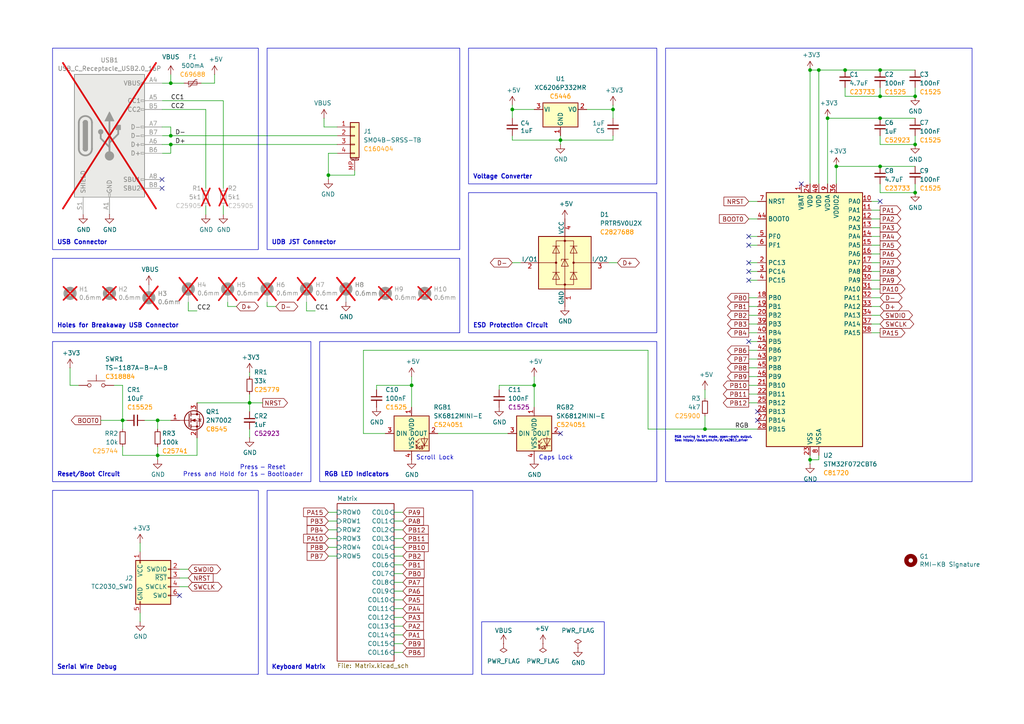
<source format=kicad_sch>
(kicad_sch (version 20231120) (generator "eeschema") (generator_version "8.0")
  (paper "A4")
  (title_block (title "X88H - Hybrid ver.") (date "2024-07-22") (company "RMI-KB"))
  (junction (at 72.39 116.84))
  (junction (at 49.53 41.91))
  (junction (at 119.38 111.76))
  (junction (at 35.56 121.92))
  (junction (at 234.95 133.35))
  (junction (at 265.43 55.88))
  (junction (at 204.47 124.46))
  (junction (at 255.27 34.29))
  (junction (at 162.56 40.64))
  (junction (at 148.59 31.75))
  (junction (at 242.57 48.26))
  (junction (at 95.25 50.8))
  (junction (at 49.53 24.13))
  (junction (at 237.49 20.32))
  (junction (at 255.27 27.94))
  (junction (at 154.94 111.76))
  (junction (at 45.72 121.92))
  (junction (at 255.27 48.26))
  (junction (at 245.11 20.32))
  (junction (at 255.27 20.32))
  (junction (at 265.43 41.91))
  (junction (at 177.8 31.75))
  (junction (at 234.95 20.32))
  (junction (at 45.72 132.08))
  (junction (at 49.53 39.37))
  (junction (at 240.03 34.29))
  (junction (at 265.43 27.94))
  (no_connect (at 217.17 78.74))
  (no_connect (at 217.17 71.12))
  (no_connect (at 255.27 58.42))
  (no_connect (at 46.99 54.61))
  (no_connect (at 219.71 121.92))
  (no_connect (at 162.56 125.73))
  (no_connect (at 217.17 68.58))
  (no_connect (at 52.07 172.72))
  (no_connect (at 219.71 119.38))
  (no_connect (at 217.17 76.2))
  (no_connect (at 46.99 52.07))
  (no_connect (at 217.17 81.28))
  (no_connect (at 232.41 53.34))
  (no_connect (at 217.17 99.06))
  (wire (pts (xy 29.21 121.92) (xy 35.56 121.92)))
  (wire (pts (xy 217.17 93.98) (xy 219.71 93.98)))
  (wire (pts (xy 217.17 68.58) (xy 219.71 68.58)))
  (wire (pts (xy 49.53 24.13) (xy 46.99 24.13)))
  (wire (pts (xy 252.73 71.12) (xy 255.27 71.12)))
  (wire (pts (xy 72.39 114.3) (xy 72.39 116.84)))
  (wire (pts (xy 49.53 24.13) (xy 53.34 24.13)))
  (wire (pts (xy 162.56 40.64) (xy 162.56 41.91)))
  (wire (pts (xy 91.44 90.17) (xy 88.9 90.17)))
  (wire (pts (xy 54.61 90.17) (xy 54.61 87.63)))
  (wire (pts (xy 57.15 90.17) (xy 54.61 90.17)))
  (wire (pts (xy 119.38 109.22) (xy 119.38 111.76)))
  (wire (pts (xy 40.64 180.34) (xy 40.64 177.8)))
  (wire (pts (xy 252.73 83.82) (xy 255.27 83.82)))
  (wire (pts (xy 102.87 50.8) (xy 95.25 50.8)))
  (wire (pts (xy 252.73 60.96) (xy 255.27 60.96)))
  (wire (pts (xy 45.72 132.08) (xy 57.15 132.08)))
  (wire (pts (xy 46.99 36.83) (xy 49.53 36.83)))
  (wire (pts (xy 33.02 111.76) (xy 35.56 111.76)))
  (wire (pts (xy 66.04 88.9) (xy 66.04 87.63)))
  (wire (pts (xy 62.23 24.13) (xy 62.23 21.59)))
  (wire (pts (xy 116.84 166.37) (xy 114.3 166.37)))
  (wire (pts (xy 144.78 111.76) (xy 154.94 111.76)))
  (wire (pts (xy 46.99 29.21) (xy 64.77 29.21)))
  (wire (pts (xy 97.79 36.83) (xy 93.98 36.83)))
  (wire (pts (xy 45.72 133.35) (xy 45.72 132.08)))
  (wire (pts (xy 57.15 116.84) (xy 72.39 116.84)))
  (wire (pts (xy 76.2 116.84) (xy 72.39 116.84)))
  (wire (pts (xy 252.73 73.66) (xy 255.27 73.66)))
  (wire (pts (xy 255.27 27.94) (xy 265.43 27.94)))
  (wire (pts (xy 255.27 88.9) (xy 252.73 88.9)))
  (wire (pts (xy 234.95 133.35) (xy 237.49 133.35)))
  (wire (pts (xy 217.17 101.6) (xy 219.71 101.6)))
  (wire (pts (xy 148.59 76.2) (xy 151.13 76.2)))
  (wire (pts (xy 217.17 91.44) (xy 219.71 91.44)))
  (wire (pts (xy 234.95 20.32) (xy 237.49 20.32)))
  (wire (pts (xy 217.17 111.76) (xy 219.71 111.76)))
  (wire (pts (xy 252.73 58.42) (xy 255.27 58.42)))
  (wire (pts (xy 148.59 30.48) (xy 148.59 31.75)))
  (wire (pts (xy 148.59 31.75) (xy 154.94 31.75)))
  (wire (pts (xy 255.27 55.88) (xy 255.27 53.34)))
  (wire (pts (xy 252.73 68.58) (xy 255.27 68.58)))
  (wire (pts (xy 242.57 53.34) (xy 242.57 48.26)))
  (wire (pts (xy 35.56 132.08) (xy 45.72 132.08)))
  (wire (pts (xy 59.69 59.69) (xy 59.69 62.23)))
  (wire (pts (xy 40.64 157.48) (xy 40.64 160.02)))
  (wire (pts (xy 217.17 96.52) (xy 219.71 96.52)))
  (wire (pts (xy 20.32 106.68) (xy 20.32 111.76)))
  (wire (pts (xy 66.04 88.9) (xy 68.58 88.9)))
  (wire (pts (xy 49.53 44.45) (xy 46.99 44.45)))
  (wire (pts (xy 252.73 81.28) (xy 255.27 81.28)))
  (wire (pts (xy 148.59 40.64) (xy 162.56 40.64)))
  (wire (pts (xy 217.17 116.84) (xy 219.71 116.84)))
  (wire (pts (xy 116.84 171.45) (xy 114.3 171.45)))
  (wire (pts (xy 49.53 39.37) (xy 46.99 39.37)))
  (wire (pts (xy 252.73 76.2) (xy 255.27 76.2)))
  (wire (pts (xy 116.84 189.23) (xy 114.3 189.23)))
  (wire (pts (xy 58.42 24.13) (xy 62.23 24.13)))
  (wire (pts (xy 217.17 76.2) (xy 219.71 76.2)))
  (wire (pts (xy 45.72 121.92) (xy 49.53 121.92)))
  (wire (pts (xy 109.22 113.03) (xy 109.22 111.76)))
  (wire (pts (xy 177.8 31.75) (xy 177.8 34.29)))
  (wire (pts (xy 49.53 41.91) (xy 97.79 41.91)))
  (wire (pts (xy 154.94 111.76) (xy 154.94 118.11)))
  (wire (pts (xy 255.27 41.91) (xy 265.43 41.91)))
  (wire (pts (xy 245.11 27.94) (xy 255.27 27.94)))
  (wire (pts (xy 127 125.73) (xy 147.32 125.73)))
  (wire (pts (xy 116.84 153.67) (xy 114.3 153.67)))
  (wire (pts (xy 57.15 132.08) (xy 57.15 127)))
  (wire (pts (xy 252.73 66.04) (xy 255.27 66.04)))
  (wire (pts (xy 45.72 124.46) (xy 45.72 121.92)))
  (wire (pts (xy 217.17 114.3) (xy 219.71 114.3)))
  (wire (pts (xy 217.17 109.22) (xy 219.71 109.22)))
  (wire (pts (xy 217.17 71.12) (xy 219.71 71.12)))
  (wire (pts (xy 116.84 168.91) (xy 114.3 168.91)))
  (wire (pts (xy 35.56 111.76) (xy 35.56 121.92)))
  (wire (pts (xy 265.43 25.4) (xy 265.43 27.94)))
  (wire (pts (xy 41.91 121.92) (xy 45.72 121.92)))
  (wire (pts (xy 255.27 86.36) (xy 252.73 86.36)))
  (wire (pts (xy 116.84 148.59) (xy 114.3 148.59)))
  (wire (pts (xy 265.43 34.29) (xy 255.27 34.29)))
  (wire (pts (xy 95.25 153.67) (xy 97.79 153.67)))
  (wire (pts (xy 217.17 99.06) (xy 219.71 99.06)))
  (wire (pts (xy 72.39 116.84) (xy 72.39 119.38)))
  (wire (pts (xy 177.8 40.64) (xy 177.8 39.37)))
  (wire (pts (xy 240.03 34.29) (xy 255.27 34.29)))
  (wire (pts (xy 49.53 39.37) (xy 97.79 39.37)))
  (wire (pts (xy 54.61 165.1) (xy 52.07 165.1)))
  (wire (pts (xy 217.17 63.5) (xy 219.71 63.5)))
  (wire (pts (xy 95.25 50.8) (xy 95.25 52.07)))
  (wire (pts (xy 217.17 78.74) (xy 219.71 78.74)))
  (wire (pts (xy 52.07 167.64) (xy 54.61 167.64)))
  (wire (pts (xy 116.84 186.69) (xy 114.3 186.69)))
  (wire (pts (xy 144.78 113.03) (xy 144.78 111.76)))
  (wire (pts (xy 217.17 58.42) (xy 219.71 58.42)))
  (wire (pts (xy 97.79 44.45) (xy 95.25 44.45)))
  (wire (pts (xy 116.84 156.21) (xy 114.3 156.21)))
  (wire (pts (xy 36.83 121.92) (xy 35.56 121.92)))
  (wire (pts (xy 20.32 111.76) (xy 22.86 111.76)))
  (wire (pts (xy 265.43 20.32) (xy 255.27 20.32)))
  (wire (pts (xy 255.27 55.88) (xy 265.43 55.88)))
  (wire (pts (xy 240.03 34.29) (xy 240.03 53.34)))
  (wire (pts (xy 95.25 151.13) (xy 97.79 151.13)))
  (wire (pts (xy 217.17 106.68) (xy 219.71 106.68)))
  (wire (pts (xy 49.53 41.91) (xy 49.53 44.45)))
  (wire (pts (xy 64.77 29.21) (xy 64.77 54.61)))
  (wire (pts (xy 80.01 88.9) (xy 77.47 88.9)))
  (wire (pts (xy 265.43 55.88) (xy 265.43 53.34)))
  (wire (pts (xy 204.47 120.65) (xy 204.47 124.46)))
  (wire (pts (xy 204.47 124.46) (xy 219.71 124.46)))
  (wire (pts (xy 234.95 132.08) (xy 234.95 133.35)))
  (wire (pts (xy 217.17 81.28) (xy 219.71 81.28)))
  (wire (pts (xy 116.84 181.61) (xy 114.3 181.61)))
  (wire (pts (xy 187.96 124.46) (xy 187.96 101.6)))
  (wire (pts (xy 77.47 88.9) (xy 77.47 87.63)))
  (wire (pts (xy 217.17 86.36) (xy 219.71 86.36)))
  (wire (pts (xy 35.56 129.54) (xy 35.56 132.08)))
  (wire (pts (xy 252.73 96.52) (xy 255.27 96.52)))
  (wire (pts (xy 255.27 20.32) (xy 245.11 20.32)))
  (wire (pts (xy 204.47 124.46) (xy 187.96 124.46)))
  (wire (pts (xy 95.25 44.45) (xy 95.25 50.8)))
  (wire (pts (xy 116.84 179.07) (xy 114.3 179.07)))
  (wire (pts (xy 72.39 107.95) (xy 72.39 109.22)))
  (wire (pts (xy 255.27 48.26) (xy 265.43 48.26)))
  (wire (pts (xy 105.41 125.73) (xy 111.76 125.73)))
  (wire (pts (xy 64.77 59.69) (xy 64.77 62.23)))
  (wire (pts (xy 88.9 90.17) (xy 88.9 87.63)))
  (wire (pts (xy 265.43 39.37) (xy 265.43 41.91)))
  (wire (pts (xy 59.69 54.61) (xy 59.69 31.75)))
  (wire (pts (xy 170.18 31.75) (xy 177.8 31.75)))
  (wire (pts (xy 154.94 109.22) (xy 154.94 111.76)))
  (wire (pts (xy 234.95 133.35) (xy 234.95 134.62)))
  (wire (pts (xy 252.73 78.74) (xy 255.27 78.74)))
  (wire (pts (xy 255.27 93.98) (xy 252.73 93.98)))
  (wire (pts (xy 148.59 39.37) (xy 148.59 40.64)))
  (wire (pts (xy 49.53 41.91) (xy 46.99 41.91)))
  (wire (pts (xy 45.72 129.54) (xy 45.72 132.08)))
  (wire (pts (xy 217.17 88.9) (xy 219.71 88.9)))
  (wire (pts (xy 217.17 104.14) (xy 219.71 104.14)))
  (wire (pts (xy 234.95 53.34) (xy 234.95 20.32)))
  (wire (pts (xy 148.59 31.75) (xy 148.59 34.29)))
  (wire (pts (xy 49.53 36.83) (xy 49.53 39.37)))
  (wire (pts (xy 252.73 63.5) (xy 255.27 63.5)))
  (wire (pts (xy 95.25 156.21) (xy 97.79 156.21)))
  (wire (pts (xy 59.69 31.75) (xy 46.99 31.75)))
  (wire (pts (xy 116.84 176.53) (xy 114.3 176.53)))
  (wire (pts (xy 237.49 20.32) (xy 245.11 20.32)))
  (wire (pts (xy 105.41 101.6) (xy 105.41 125.73)))
  (wire (pts (xy 95.25 148.59) (xy 97.79 148.59)))
  (wire (pts (xy 204.47 113.03) (xy 204.47 115.57)))
  (wire (pts (xy 116.84 163.83) (xy 114.3 163.83)))
  (wire (pts (xy 52.07 170.18) (xy 54.61 170.18)))
  (wire (pts (xy 49.53 21.59) (xy 49.53 24.13)))
  (wire (pts (xy 116.84 173.99) (xy 114.3 173.99)))
  (wire (pts (xy 72.39 124.46) (xy 72.39 127)))
  (wire (pts (xy 237.49 20.32) (xy 237.49 53.34)))
  (wire (pts (xy 245.11 25.4) (xy 245.11 27.94)))
  (wire (pts (xy 95.25 161.29) (xy 97.79 161.29)))
  (wire (pts (xy 116.84 158.75) (xy 114.3 158.75)))
  (wire (pts (xy 116.84 161.29) (xy 114.3 161.29)))
  (wire (pts (xy 116.84 151.13) (xy 114.3 151.13)))
  (wire (pts (xy 255.27 91.44) (xy 252.73 91.44)))
  (wire (pts (xy 255.27 39.37) (xy 255.27 41.91)))
  (wire (pts (xy 237.49 133.35) (xy 237.49 132.08)))
  (wire (pts (xy 177.8 31.75) (xy 177.8 30.48)))
  (wire (pts (xy 187.96 101.6) (xy 105.41 101.6)))
  (wire (pts (xy 162.56 39.37) (xy 162.56 40.64)))
  (wire (pts (xy 102.87 49.53) (xy 102.87 50.8)))
  (wire (pts (xy 242.57 48.26) (xy 255.27 48.26)))
  (wire (pts (xy 119.38 111.76) (xy 119.38 118.11)))
  (wire (pts (xy 95.25 158.75) (xy 97.79 158.75)))
  (wire (pts (xy 93.98 34.29) (xy 93.98 36.83)))
  (wire (pts (xy 35.56 121.92) (xy 35.56 124.46)))
  (wire (pts (xy 162.56 40.64) (xy 177.8 40.64)))
  (wire (pts (xy 116.84 184.15) (xy 114.3 184.15)))
  (wire (pts (xy 109.22 111.76) (xy 119.38 111.76)))
  (wire (pts (xy 176.53 76.2) (xy 179.07 76.2)))
  (wire (pts (xy 255.27 25.4) (xy 255.27 27.94)))
  (rectangle (start 193.04 13.97) (end 281.94 139.7))
  (rectangle (start 77.47 13.97) (end 133.35 72.39))
  (rectangle (start 139.7 180.34) (end 175.26 195.58))
  (rectangle (start 135.89 13.97) (end 190.5 53.34))
  (rectangle (start 15.24 74.93) (end 133.35 96.52))
  (rectangle (start 77.47 142.24) (end 137.16 195.58))
  (rectangle (start 135.89 55.88) (end 190.5 96.52))
  (rectangle (start 15.24 13.97) (end 74.93 72.39))
  (rectangle (start 92.71 99.06) (end 190.5 139.7))
  (rectangle (start 15.24 99.06) (end 90.17 139.7))
  (rectangle (start 15.24 142.24) (end 74.93 195.58))
  (text "Holes for Breakaway USB Connector" (at 16.51 95.25 0) (effects (font (size 1.27 1.27) (thickness 0.254) (bold yes)) (justify left bottom)))
  (text "Reset\nBootloader" (at 77.47 138.43 0) (effects (font (size 1.27 1.27)) (justify left bottom)))
  (text "ESD Protection Circuit" (at 137.16 95.25 0) (effects (font (size 1.27 1.27) (thickness 0.254) (bold yes)) (justify left bottom)))
  (text "Caps Lock" (at 156.21 132.08 0) (effects (font (size 1.27 1.27)) (justify left top)))
  (text "RGB running in SPI mode, open-drain output.\nSee: https://docs.qmk.fm/#/ws2812_driver" (at 195.58 128.27 0) (effects (font (size 0.635 0.635)) (justify left bottom)))
  (text "-\n-" (at 76.2 138.43 0) (effects (font (size 1.27 1.27)) (justify bottom)))
  (text "UDB JST Connector" (at 78.74 71.12 0) (effects (font (size 1.27 1.27) (thickness 0.254) (bold yes)) (justify left bottom)))
  (text "RGB LED Indicators" (at 93.98 138.43 0) (effects (font (size 1.27 1.27) (thickness 0.254) (bold yes)) (justify left bottom)))
  (text "Voltage Converter" (at 137.16 52.07 0) (effects (font (size 1.27 1.27) (thickness 0.254) (bold yes)) (justify left bottom)))
  (text "Press\nPress and Hold for 1s" (at 74.93 138.43 0) (effects (font (size 1.27 1.27)) (justify right bottom)))
  (text "Reset/Boot Circuit" (at 16.51 138.43 0) (effects (font (size 1.27 1.27) (thickness 0.254) (bold yes)) (justify left bottom)))
  (text "Serial Wire Debug" (at 16.51 194.31 0) (effects (font (size 1.27 1.27) (thickness 0.254) (bold yes)) (justify left bottom)))
  (text "Keyboard Matrix" (at 78.74 194.31 0) (effects (font (size 1.27 1.27) (thickness 0.254) (bold yes)) (justify left bottom)))
  (text "USB Connector" (at 16.51 71.12 0) (effects (font (size 1.27 1.27) (thickness 0.254) (bold yes)) (justify left bottom)))
  (text "Scroll Lock" (at 120.65 132.08 0) (effects (font (size 1.27 1.27)) (justify left top)))
  (label "CC1" (at 91.44 90.17 0))
  (label "RGB" (at 217.17 124.46 180))
  (label "CC1" (at 49.53 29.21 0))
  (label "CC2" (at 57.15 90.17 0))
  (label "D+" (at 50.8 41.91 0))
  (label "CC2" (at 49.53 31.75 0))
  (label "D-" (at 50.8 39.37 0))
  (global_label "PA10" (shape input) (at 95.25 156.21 180) (property "Intersheetrefs" "${INTERSHEET_REFS}" (effects (hide yes))))
  (global_label "NRST" (shape input) (at 54.61 167.64 0) (property "Intersheetrefs" "${INTERSHEET_REFS}" (effects (hide yes))))
  (global_label "D+" (shape bidirectional) (at 179.07 76.2 0) (property "Intersheetrefs" "${INTERSHEET_REFS}" (effects (hide yes))))
  (global_label "PB9" (shape input) (at 116.84 186.69 0) (property "Intersheetrefs" "${INTERSHEET_REFS}" (effects (hide yes))))
  (global_label "PB10" (shape output) (at 217.17 111.76 180) (property "Intersheetrefs" "${INTERSHEET_REFS}" (effects (hide yes))))
  (global_label "PB1" (shape output) (at 217.17 88.9 180) (property "Intersheetrefs" "${INTERSHEET_REFS}" (effects (hide yes))))
  (global_label "SWCLK" (shape bidirectional) (at 255.27 93.98 0) (property "Intersheetrefs" "${INTERSHEET_REFS}" (effects (hide yes))))
  (global_label "BOOT0" (shape output) (at 29.21 121.92 180) (property "Intersheetrefs" "${INTERSHEET_REFS}" (effects (hide yes))))
  (global_label "PA10" (shape output) (at 255.27 83.82 0) (property "Intersheetrefs" "${INTERSHEET_REFS}" (effects (hide yes))))
  (global_label "PA4" (shape output) (at 255.27 68.58 0) (property "Intersheetrefs" "${INTERSHEET_REFS}" (effects (hide yes))))
  (global_label "D+" (shape bidirectional) (at 68.58 88.9 0) (property "Intersheetrefs" "${INTERSHEET_REFS}" (effects (hide yes))))
  (global_label "NRST" (shape output) (at 76.2 116.84 0) (property "Intersheetrefs" "${INTERSHEET_REFS}" (effects (hide yes))))
  (global_label "PB9" (shape output) (at 217.17 109.22 180) (property "Intersheetrefs" "${INTERSHEET_REFS}" (effects (hide yes))))
  (global_label "PB12" (shape output) (at 217.17 116.84 180) (property "Intersheetrefs" "${INTERSHEET_REFS}" (effects (hide yes))))
  (global_label "D+" (shape bidirectional) (at 255.27 88.9 0) (property "Intersheetrefs" "${INTERSHEET_REFS}" (effects (hide yes))))
  (global_label "PB0" (shape input) (at 116.84 166.37 0) (property "Intersheetrefs" "${INTERSHEET_REFS}" (effects (hide yes))))
  (global_label "PA7" (shape output) (at 255.27 76.2 0) (property "Intersheetrefs" "${INTERSHEET_REFS}" (effects (hide yes))))
  (global_label "PA1" (shape input) (at 116.84 184.15 0) (property "Intersheetrefs" "${INTERSHEET_REFS}" (effects (hide yes))))
  (global_label "PA3" (shape input) (at 116.84 179.07 0) (property "Intersheetrefs" "${INTERSHEET_REFS}" (effects (hide yes))))
  (global_label "SWDIO" (shape bidirectional) (at 54.61 165.1 0) (property "Intersheetrefs" "${INTERSHEET_REFS}" (effects (hide yes))))
  (global_label "PA6" (shape output) (at 255.27 73.66 0) (property "Intersheetrefs" "${INTERSHEET_REFS}" (effects (hide yes))))
  (global_label "PA3" (shape output) (at 255.27 66.04 0) (property "Intersheetrefs" "${INTERSHEET_REFS}" (effects (hide yes))))
  (global_label "D-" (shape bidirectional) (at 80.01 88.9 0) (property "Intersheetrefs" "${INTERSHEET_REFS}" (effects (hide yes))))
  (global_label "PB1" (shape input) (at 116.84 163.83 0) (property "Intersheetrefs" "${INTERSHEET_REFS}" (effects (hide yes))))
  (global_label "PA15" (shape input) (at 95.25 148.59 180) (property "Intersheetrefs" "${INTERSHEET_REFS}" (effects (hide yes))))
  (global_label "BOOT0" (shape input) (at 217.17 63.5 180) (property "Intersheetrefs" "${INTERSHEET_REFS}" (effects (hide yes))))
  (global_label "PA4" (shape input) (at 116.84 176.53 0) (property "Intersheetrefs" "${INTERSHEET_REFS}" (effects (hide yes))))
  (global_label "PA8" (shape output) (at 255.27 78.74 0) (property "Intersheetrefs" "${INTERSHEET_REFS}" (effects (hide yes))))
  (global_label "PA9" (shape input) (at 116.84 148.59 0) (property "Intersheetrefs" "${INTERSHEET_REFS}" (effects (hide yes))))
  (global_label "PB12" (shape input) (at 116.84 153.67 0) (property "Intersheetrefs" "${INTERSHEET_REFS}" (effects (hide yes))))
  (global_label "PA8" (shape input) (at 116.84 151.13 0) (property "Intersheetrefs" "${INTERSHEET_REFS}" (effects (hide yes))))
  (global_label "PA2" (shape input) (at 116.84 181.61 0) (property "Intersheetrefs" "${INTERSHEET_REFS}" (effects (hide yes))))
  (global_label "PA6" (shape input) (at 116.84 171.45 0) (property "Intersheetrefs" "${INTERSHEET_REFS}" (effects (hide yes))))
  (global_label "SWDIO" (shape bidirectional) (at 255.27 91.44 0) (property "Intersheetrefs" "${INTERSHEET_REFS}" (effects (hide yes))))
  (global_label "PA1" (shape output) (at 255.27 60.96 0) (property "Intersheetrefs" "${INTERSHEET_REFS}" (effects (hide yes))))
  (global_label "PA7" (shape input) (at 116.84 168.91 0) (property "Intersheetrefs" "${INTERSHEET_REFS}" (effects (hide yes))))
  (global_label "PB6" (shape input) (at 116.84 189.23 0) (property "Intersheetrefs" "${INTERSHEET_REFS}" (effects (hide yes))))
  (global_label "PA9" (shape output) (at 255.27 81.28 0) (property "Intersheetrefs" "${INTERSHEET_REFS}" (effects (hide yes))))
  (global_label "PB3" (shape output) (at 217.17 93.98 180) (property "Intersheetrefs" "${INTERSHEET_REFS}" (effects (hide yes))))
  (global_label "PB2" (shape output) (at 217.17 91.44 180) (property "Intersheetrefs" "${INTERSHEET_REFS}" (effects (hide yes))))
  (global_label "D-" (shape bidirectional) (at 255.27 86.36 0) (property "Intersheetrefs" "${INTERSHEET_REFS}" (effects (hide yes))))
  (global_label "PB7" (shape output) (at 217.17 104.14 180) (property "Intersheetrefs" "${INTERSHEET_REFS}" (effects (hide yes))))
  (global_label "PB4" (shape output) (at 217.17 96.52 180) (property "Intersheetrefs" "${INTERSHEET_REFS}" (effects (hide yes))))
  (global_label "PB10" (shape input) (at 116.84 158.75 0) (property "Intersheetrefs" "${INTERSHEET_REFS}" (effects (hide yes))))
  (global_label "PB8" (shape input) (at 95.25 158.75 180) (property "Intersheetrefs" "${INTERSHEET_REFS}" (effects (hide yes))))
  (global_label "PB3" (shape input) (at 95.25 151.13 180) (property "Intersheetrefs" "${INTERSHEET_REFS}" (effects (hide yes))))
  (global_label "PB6" (shape output) (at 217.17 101.6 180) (property "Intersheetrefs" "${INTERSHEET_REFS}" (effects (hide yes))))
  (global_label "PA2" (shape output) (at 255.27 63.5 0) (property "Intersheetrefs" "${INTERSHEET_REFS}" (effects (hide yes))))
  (global_label "PB8" (shape output) (at 217.17 106.68 180) (property "Intersheetrefs" "${INTERSHEET_REFS}" (effects (hide yes))))
  (global_label "NRST" (shape input) (at 217.17 58.42 180) (property "Intersheetrefs" "${INTERSHEET_REFS}" (effects (hide yes))))
  (global_label "PB11" (shape input) (at 116.84 156.21 0) (property "Intersheetrefs" "${INTERSHEET_REFS}" (effects (hide yes))))
  (global_label "PB11" (shape output) (at 217.17 114.3 180) (property "Intersheetrefs" "${INTERSHEET_REFS}" (effects (hide yes))))
  (global_label "PB2" (shape input) (at 116.84 161.29 0) (property "Intersheetrefs" "${INTERSHEET_REFS}" (effects (hide yes))))
  (global_label "PA15" (shape output) (at 255.27 96.52 0) (property "Intersheetrefs" "${INTERSHEET_REFS}" (effects (hide yes))))
  (global_label "PB7" (shape input) (at 95.25 161.29 180) (property "Intersheetrefs" "${INTERSHEET_REFS}" (effects (hide yes))))
  (global_label "PB4" (shape input) (at 95.25 153.67 180) (property "Intersheetrefs" "${INTERSHEET_REFS}" (effects (hide yes))))
  (global_label "SWCLK" (shape bidirectional) (at 54.61 170.18 0) (property "Intersheetrefs" "${INTERSHEET_REFS}" (effects (hide yes))))
  (global_label "PA5" (shape input) (at 116.84 173.99 0) (property "Intersheetrefs" "${INTERSHEET_REFS}" (effects (hide yes))))
  (global_label "PB0" (shape output) (at 217.17 86.36 180) (property "Intersheetrefs" "${INTERSHEET_REFS}" (effects (hide yes))))
  (global_label "PA5" (shape output) (at 255.27 71.12 0) (property "Intersheetrefs" "${INTERSHEET_REFS}" (effects (hide yes))))
  (global_label "D-" (shape bidirectional) (at 148.59 76.2 180) (property "Intersheetrefs" "${INTERSHEET_REFS}" (effects (hide yes))))
  (symbol (lib_id "Mechanical:MountingHole") (at 264.16 162.56 0) (unit 1) (in_bom no)
    (property "Reference" "G1" (at 266.7 161.3916 0) (effects (justify left)))
    (property "Value" "RMI-KB Signature" (at 266.7 163.703 0) (effects (justify left)))
    (property "Footprint" "Ramon:Signature" (effects (hide yes)))
  )
  (symbol (lib_id "Device:C_Small") (at 255.27 22.86 0) (unit 1)
    (property "Reference" "C2" (at 256.54 21.59 0) (effects (justify left)))
    (property "Value" "100nF" (at 256.54 24.13 0) (effects (justify left)))
    (property "Footprint" "Capacitor_SMD:C_0402_1005Metric" (effects (hide yes)))
    (property "LCSC" "C1525" (at 256.54 26.67 0) (effects (justify left)))
    (property "MPN" "CL05B104KO5NNNC" (effects (hide yes)))
  )
  (symbol (lib_id "MCU_ST_STM32F0:STM32F072C8Tx") (at 234.95 93.98 0) (unit 1)
    (property "Reference" "U2" (at 238.76 132.08 0) (effects (justify left)))
    (property "Value" "STM32F072CBT6" (at 238.76 134.62 0) (effects (justify left)))
    (property "Footprint" "Package_QFP:LQFP-48_7x7mm_P0.5mm" (effects (hide yes)))
    (property "Datasheet" "http://www.st.com/st-web-ui/static/active/en/resource/technical/document/datasheet/DM00090510.pdf" (effects (hide yes)))
    (property "LCSC" "C81720" (at 238.76 137.16 0) (effects (justify left)))
    (property "MPN" "STM32F072CBT6" (effects (hide yes)))
  )
  (symbol (lib_id "power:GND") (at 144.78 118.11 0) (unit 1)
    (property "Reference" "#PWR028" (effects (hide yes)))
    (property "Value" "GND" (at 144.8816 122.4534 0))
  )
  (symbol (lib_id "Connector:USB_C_Receptacle_USB2.0_16P") (at 31.75 39.37 0) (unit 1) (in_bom no) (on_board no) (dnp yes)
    (property "Reference" "USB1" (at 31.75 17.4455 0))
    (property "Value" "USB_C_Receptacle_USB2.0_16P" (at 31.75 19.8698 0))
    (property "Footprint" "PCM_marbastlib-various:USB_C_Receptacle_HRO_TYPE-C-31-M-12" (effects (hide yes)))
    (property "Datasheet" "https://www.usb.org/sites/default/files/documents/usb_type-c.zip" (effects (hide yes)))
    (property "Description" "USB 2.0-only 16P Type-C Receptacle connector" (effects (hide yes)))
    (property "LCSC" "C165948" (effects (hide yes)))
    (property "MPN" "TYPE-C-31-M-12" (effects (hide yes)))
  )
  (symbol (lib_id "Transistor_FET:2N7002") (at 54.61 121.92 0) (unit 1)
    (property "Reference" "QR1" (at 59.69 119.38 0) (effects (justify left)))
    (property "Value" "2N7002" (at 59.69 121.92 0) (effects (justify left)))
    (property "Footprint" "Package_TO_SOT_SMD:SOT-23" (effects (hide yes)))
    (property "Datasheet" "https://www.fairchildsemi.com/datasheets/2N/2N7002.pdf" (effects (hide yes)))
    (property "LCSC" "C8545" (at 59.69 124.46 0) (effects (justify left)))
    (property "MPN" "2N7002" (effects (hide yes)))
  )
  (symbol (lib_id "Connector_Generic_MountingPin:Conn_01x04_MountingPin") (at 102.87 39.37 0) (unit 1)
    (property "Reference" "J1" (at 105.41 38.1 0) (effects (justify left)))
    (property "Value" "SM04B-SRSS-TB" (at 105.41 40.64 0) (effects (justify left)))
    (property "Footprint" "Connector_JST:JST_SH_SM04B-SRSS-TB_1x04-1MP_P1.00mm_Horizontal" (effects (hide yes)))
    (property "LCSC" "C160404" (at 105.41 43.18 0) (effects (justify left)))
    (property "MPN" "SM04B-SRSS-TB(LF)(SN)" (effects (hide yes)))
  )
  (symbol (lib_id "power:+3V3") (at 234.95 20.32 0) (unit 1)
    (property "Reference" "#PWR01" (effects (hide yes)))
    (property "Value" "+3V3" (at 235.331 15.9258 0))
  )
  (symbol (lib_id "power:GND") (at 162.56 41.91 0) (unit 1)
    (property "Reference" "#PWR09" (effects (hide yes)))
    (property "Value" "GND" (at 162.6616 46.1772 0))
  )
  (symbol (lib_id "power:GND") (at 163.83 88.9 0) (unit 1)
    (property "Reference" "#PWR021" (effects (hide yes)))
    (property "Value" "GND" (at 163.9316 93.1672 0))
  )
  (symbol (lib_id "Device:R_Small") (at 35.56 127 0) (mirror x) (unit 1)
    (property "Reference" "RR2" (at 34.29 125.73 0) (effects (justify right)))
    (property "Value" "10k" (at 34.29 128.27 0) (effects (justify right)))
    (property "Footprint" "Resistor_SMD:R_0402_1005Metric" (effects (hide yes)))
    (property "LCSC" "C25744" (at 34.29 130.81 0) (effects (justify right)))
    (property "MPN" "0402WGF1002TCE" (effects (hide yes)))
  )
  (symbol (lib_id "Device:C_Small") (at 148.59 36.83 0) (unit 1)
    (property "Reference" "C4" (at 150.9268 35.7378 0) (effects (justify left)))
    (property "Value" "1uF" (at 150.9268 37.9222 0) (effects (justify left)))
    (property "Footprint" "Capacitor_SMD:C_0402_1005Metric" (effects (hide yes)))
    (property "LCSC" "C52923" (effects (hide yes)))
    (property "MPN" "CL05A105KA5NQNC" (effects (hide yes)))
  )
  (symbol (lib_id "Mechanical:MountingHole") (at 31.75 85.09 0) (unit 1) (in_bom no) (on_board no) (dnp yes)
    (property "Reference" "H2" (at 34.29 83.8779 0) (effects (justify left)))
    (property "Value" "0.6mm" (at 34.29 86.3021 0) (effects (justify left)))
    (property "Footprint" "LocalLibrary:Hole_0.6mm" (effects (hide yes)))
  )
  (symbol (lib_id "PCM_marbastlib-various:SK6812MINI-E") (at 154.94 125.73 0) (unit 1)
    (property "Reference" "RGB2" (at 161.29 118.11 0) (effects (justify left)))
    (property "Value" "SK6812MINI-E" (at 161.29 120.65 0) (effects (justify left)))
    (property "Footprint" "PCM_marbastlib-various:LED_6028R" (effects (hide yes)))
    (property "Description" "Reverse mount adressable LED (WS2812 protocol)" (effects (hide yes)))
    (property "LCSC" "C524051" (at 161.29 123.19 0) (effects (justify left)))
    (property "MPN" "SK6812MINI-E" (effects (hide yes)))
  )
  (symbol (lib_id "Mechanical:MountingHole_Pad") (at 66.04 85.09 0) (unit 1) (in_bom no) (on_board no) (dnp yes)
    (property "Reference" "H5" (at 68.58 82.6079 0) (effects (justify left)))
    (property "Value" "0.6mm" (at 68.58 85.0321 0) (effects (justify left)))
    (property "Footprint" "LocalLibrary:Hole_0.6mm_Pad" (effects (hide yes)))
  )
  (symbol (lib_id "Device:Polyfuse_Small") (at 55.88 24.13 270) (unit 1)
    (property "Reference" "F1" (at 55.88 16.51 90))
    (property "Value" "500mA" (at 55.88 19.05 90))
    (property "Footprint" "Fuse:Fuse_1206_3216Metric_Pad1.42x1.75mm_HandSolder" (effects (hide yes)))
    (property "LCSC" "C69688" (at 55.88 21.59 90))
    (property "MPN" "nSMD050" (effects (hide yes)))
  )
  (symbol (lib_id "power:+3V3") (at 240.03 34.29 0) (unit 1)
    (property "Reference" "#PWR08" (effects (hide yes)))
    (property "Value" "+3V3" (at 240.411 29.8958 0))
  )
  (symbol (lib_id "power:+5V") (at 119.38 109.22 0) (unit 1)
    (property "Reference" "#PWR024" (effects (hide yes)))
    (property "Value" "+5V" (at 119.7356 104.8512 0))
  )
  (symbol (lib_id "power:+3V3") (at 20.32 106.68 0) (unit 1)
    (property "Reference" "#PWR022" (effects (hide yes)))
    (property "Value" "+3V3" (at 20.6756 102.3874 0))
  )
  (symbol (lib_id "Device:C_Small") (at 109.22 115.57 0) (unit 1)
    (property "Reference" "C10" (at 111.76 113.03 0) (effects (justify left)))
    (property "Value" "100nF" (at 111.76 115.57 0) (effects (justify left)))
    (property "Footprint" "Capacitor_SMD:C_0402_1005Metric" (effects (hide yes)))
    (property "LCSC" "C1525" (at 111.76 118.11 0) (effects (justify left)))
    (property "MPN" "CL05B104KO5NNNC" (effects (hide yes)))
  )
  (symbol (lib_id "Device:C_Small") (at 265.43 50.8 0) (unit 1)
    (property "Reference" "C9" (at 266.7 49.53 0) (effects (justify left)))
    (property "Value" "100nF" (at 266.7 52.07 0) (effects (justify left)))
    (property "Footprint" "Capacitor_SMD:C_0402_1005Metric" (effects (hide yes)))
    (property "LCSC" "C1525" (at 266.7 54.61 0) (effects (justify left)))
    (property "MPN" "CL05B104KO5NNNC" (effects (hide yes)))
  )
  (symbol (lib_id "PCM_marbastlib-various:TC2030_SWD") (at 45.72 170.18 0) (mirror y) (unit 1) (in_bom no)
    (property "Reference" "J2" (at 38.6081 167.6978 0) (effects (justify left)))
    (property "Value" "TC2030_SWD" (at 38.6081 170.1221 0) (effects (justify left)))
    (property "Footprint" "PCM_marbastlib-various:CON_TC2030_outlined" (effects (hide yes)))
    (property "Description" "6-pin TC2030 connector for SWD programming" (effects (hide yes)))
  )
  (symbol (lib_id "Mechanical:MountingHole") (at 123.19 85.09 0) (unit 1) (in_bom no) (on_board no) (dnp yes)
    (property "Reference" "H10" (at 125.73 83.8779 0) (effects (justify left)))
    (property "Value" "0.6mm" (at 125.73 86.3021 0) (effects (justify left)))
    (property "Footprint" "LocalLibrary:Hole_0.6mm" (effects (hide yes)))
  )
  (symbol (lib_id "Device:C_Small") (at 144.78 115.57 0) (unit 1)
    (property "Reference" "C11" (at 147.32 113.03 0) (effects (justify left)))
    (property "Value" "100nF" (at 147.32 115.57 0) (effects (justify left)))
    (property "Footprint" "Capacitor_SMD:C_0402_1005Metric" (effects (hide yes)))
    (property "LCSC" "C1525" (at 147.32 118.11 0) (effects (justify left)))
    (property "MPN" "CL05B104KO5NNNC" (effects (hide yes)))
  )
  (symbol (lib_id "power:+5V") (at 62.23 21.59 0) (unit 1)
    (property "Reference" "#PWR03" (effects (hide yes)))
    (property "Value" "+5V" (at 62.5856 17.2212 0))
  )
  (symbol (lib_id "power:+5V") (at 154.94 109.22 0) (unit 1)
    (property "Reference" "#PWR025" (effects (hide yes)))
    (property "Value" "+5V" (at 155.2956 104.8512 0))
  )
  (symbol (lib_id "power:GND") (at 109.22 118.11 0) (unit 1)
    (property "Reference" "#PWR027" (effects (hide yes)))
    (property "Value" "GND" (at 109.3216 122.4534 0))
  )
  (symbol (lib_id "power:GND") (at 234.95 134.62 0) (unit 1)
    (property "Reference" "#PWR033" (effects (hide yes)))
    (property "Value" "GND" (at 235.0516 138.9634 0))
  )
  (symbol (lib_id "power:GND") (at 119.38 133.35 0) (unit 1)
    (property "Reference" "#PWR031" (effects (hide yes)))
    (property "Value" "GND" (at 119.4816 137.6934 0))
  )
  (symbol (lib_id "power:GND") (at 167.64 187.96 0) (unit 1)
    (property "Reference" "#PWR038" (effects (hide yes)))
    (property "Value" "GND" (at 167.7416 192.2272 0))
  )
  (symbol (lib_id "power:GND") (at 24.13 62.23 0) (unit 1)
    (property "Reference" "#PWR014" (effects (hide yes)))
    (property "Value" "GND" (at 24.257 66.6242 0))
  )
  (symbol (lib_id "Power_Protection:PRTR5V0U2X") (at 163.83 76.2 0) (unit 1)
    (property "Reference" "D1" (at 173.99 62.23 0) (effects (justify left)))
    (property "Value" "PRTR5V0U2X" (at 173.99 64.77 0) (effects (justify left)))
    (property "Footprint" "Package_TO_SOT_SMD:SOT-143" (effects (hide yes)))
    (property "Datasheet" "https://assets.nexperia.com/documents/data-sheet/PRTR5V0U2X.pdf" (effects (hide yes)))
    (property "LCSC" "C2827688" (at 173.99 67.31 0) (effects (justify left)))
    (property "MPN" "PRTR5V0U2X" (effects (hide yes)))
  )
  (symbol (lib_id "Mechanical:MountingHole") (at 20.32 85.09 0) (unit 1) (in_bom no) (on_board no) (dnp yes)
    (property "Reference" "H1" (at 22.86 83.8779 0) (effects (justify left)))
    (property "Value" "0.6mm" (at 22.86 86.3021 0) (effects (justify left)))
    (property "Footprint" "LocalLibrary:Hole_0.6mm" (effects (hide yes)))
  )
  (symbol (lib_id "power:GND") (at 265.43 27.94 0) (unit 1)
    (property "Reference" "#PWR04" (effects (hide yes)))
    (property "Value" "GND" (at 265.5316 32.2834 0))
  )
  (symbol (lib_id "Device:C_Small") (at 39.37 121.92 270) (mirror x) (unit 1)
    (property "Reference" "CR1" (at 36.83 113.03 90) (effects (justify left)))
    (property "Value" "10uF" (at 36.83 115.57 90) (effects (justify left)))
    (property "Footprint" "Capacitor_SMD:C_0402_1005Metric" (effects (hide yes)))
    (property "LCSC" "C15525" (at 36.83 118.11 90) (effects (justify left)))
    (property "MPN" "CL05A106MQ5NUNC" (effects (hide yes)))
  )
  (symbol (lib_id "Device:C_Small") (at 265.43 22.86 0) (unit 1)
    (property "Reference" "C3" (at 266.7 21.59 0) (effects (justify left)))
    (property "Value" "100nF" (at 266.7 24.13 0) (effects (justify left)))
    (property "Footprint" "Capacitor_SMD:C_0402_1005Metric" (effects (hide yes)))
    (property "LCSC" "C1525" (at 266.7 26.67 0) (effects (justify left)))
    (property "MPN" "CL05B104KO5NNNC" (effects (hide yes)))
  )
  (symbol (lib_id "Device:C_Small") (at 177.8 36.83 180) (unit 1)
    (property "Reference" "C5" (at 175.4632 37.9222 0) (effects (justify left)))
    (property "Value" "1uF" (at 175.4632 35.7378 0) (effects (justify left)))
    (property "Footprint" "Capacitor_SMD:C_0402_1005Metric" (effects (hide yes)))
    (property "LCSC" "C52923" (effects (hide yes)))
    (property "MPN" "CL05A105KA5NQNC" (effects (hide yes)))
  )
  (symbol (lib_id "power:GND") (at 265.43 55.88 0) (unit 1)
    (property "Reference" "#PWR013" (effects (hide yes)))
    (property "Value" "GND" (at 265.5316 60.2234 0))
  )
  (symbol (lib_id "power:+3V3") (at 242.57 48.26 0) (unit 1)
    (property "Reference" "#PWR011" (effects (hide yes)))
    (property "Value" "+3V3" (at 242.951 43.8658 0))
  )
  (symbol (lib_id "power:+5V") (at 204.47 113.03 0) (unit 1)
    (property "Reference" "#PWR026" (effects (hide yes)))
    (property "Value" "+5V" (at 204.8256 108.6612 0))
  )
  (symbol (lib_id "Device:R_Small") (at 59.69 57.15 0) (unit 1) (in_bom no) (on_board no) (dnp yes)
    (property "Reference" "R1" (at 58.42 54.61 0) (effects (justify right)))
    (property "Value" "5k1" (at 58.42 57.15 0) (effects (justify right)))
    (property "Footprint" "Resistor_SMD:R_0402_1005Metric" (effects (hide yes)))
    (property "LCSC" "C25905" (at 58.42 59.69 0) (effects (justify right)))
    (property "MPN" "0402WGF5101TCE" (effects (hide yes)))
  )
  (symbol (lib_id "Device:R_Small") (at 64.77 57.15 0) (unit 1) (in_bom no) (on_board no) (dnp yes)
    (property "Reference" "R2" (at 66.04 54.61 0) (effects (justify left)))
    (property "Value" "5k1" (at 66.04 57.15 0) (effects (justify left)))
    (property "Footprint" "Resistor_SMD:R_0402_1005Metric" (effects (hide yes)))
    (property "LCSC" "C25905" (at 66.04 59.69 0) (effects (justify left)))
    (property "MPN" "0402WGF5101TCE" (effects (hide yes)))
  )
  (symbol (lib_id "Device:C_Small") (at 255.27 36.83 0) (unit 1)
    (property "Reference" "C6" (at 256.54 35.56 0) (effects (justify left)))
    (property "Value" "1uF" (at 256.54 38.1 0) (effects (justify left)))
    (property "Footprint" "Capacitor_SMD:C_0402_1005Metric" (effects (hide yes)))
    (property "LCSC" "C52923" (at 256.54 40.64 0) (effects (justify left)))
    (property "MPN" "CL05A105KA5NQNC" (effects (hide yes)))
  )
  (symbol (lib_id "power:GND") (at 265.43 41.91 0) (unit 1)
    (property "Reference" "#PWR010" (effects (hide yes)))
    (property "Value" "GND" (at 265.5316 46.2534 0))
  )
  (symbol (lib_id "power:+5V") (at 148.59 30.48 0) (unit 1)
    (property "Reference" "#PWR05" (effects (hide yes)))
    (property "Value" "+5V" (at 148.9456 26.1874 0))
  )
  (symbol (lib_id "power:GND") (at 100.33 87.63 0) (unit 1)
    (property "Reference" "#PWR020" (effects (hide yes)))
    (property "Value" "GND" (at 100.4316 91.8972 0))
  )
  (symbol (lib_id "power:VBUS") (at 146.05 186.69 0) (unit 1)
    (property "Reference" "#PWR036" (effects (hide yes)))
    (property "Value" "VBUS" (at 146.05 182.88 0))
  )
  (symbol (lib_id "Device:R_Small") (at 72.39 111.76 0) (unit 1)
    (property "Reference" "RR1" (at 73.66 107.95 0) (effects (justify left)))
    (property "Value" "33k" (at 73.66 110.49 0) (effects (justify left)))
    (property "Footprint" "Resistor_SMD:R_0402_1005Metric" (effects (hide yes)))
    (property "LCSC" "C25779" (at 73.66 113.03 0) (effects (justify left)))
    (property "MPN" "0402WGF3302TCE" (effects (hide yes)))
  )
  (symbol (lib_id "power:+5V") (at 157.48 186.69 0) (mirror y) (unit 1)
    (property "Reference" "#PWR037" (effects (hide yes)))
    (property "Value" "+5V" (at 157.1244 182.3212 0))
  )
  (symbol (lib_id "power:PWR_FLAG") (at 167.64 187.96 0) (unit 1)
    (property "Reference" "#FLG03" (effects (hide yes)))
    (property "Value" "PWR_FLAG" (at 167.64 182.88 0))
    (property "Description" "Special symbol for telling ERC where power comes from" (effects (hide yes)))
  )
  (symbol (lib_id "Switch:SW_Push") (at 27.94 111.76 0) (unit 1)
    (property "Reference" "SWR1" (at 30.48 104.14 0) (effects (justify left)))
    (property "Value" "TS-1187A-B-A-B" (at 30.48 106.68 0) (effects (justify left)))
    (property "Footprint" "Button_Switch_SMD:SW_SPST_TL3342" (effects (hide yes)))
    (property "Description" "Push button switch, generic, two pins" (effects (hide yes)))
    (property "LCSC" "C318884" (at 30.48 109.22 0) (effects (justify left)))
    (property "MPN" "TS-1187A-B-A-B" (effects (hide yes)))
  )
  (symbol (lib_id "power:+5V") (at 163.83 63.5 0) (unit 1)
    (property "Reference" "#PWR018" (effects (hide yes)))
    (property "Value" "+5V" (at 164.1856 59.1312 0))
  )
  (symbol (lib_id "Mechanical:MountingHole_Pad") (at 43.18 85.09 180) (unit 1) (in_bom no) (on_board no) (dnp yes)
    (property "Reference" "H3" (at 45.72 85.1479 0) (effects (justify right)))
    (property "Value" "0.6mm" (at 45.72 87.5721 0) (effects (justify right)))
    (property "Footprint" "LocalLibrary:Hole_0.6mm_Pad" (effects (hide yes)))
  )
  (symbol (lib_id "Device:C_Small") (at 72.39 121.92 0) (unit 1)
    (property "Reference" "CR2" (at 73.66 120.65 0) (effects (justify left)))
    (property "Value" "1uF" (at 73.66 123.19 0) (effects (justify left)))
    (property "Footprint" "Capacitor_SMD:C_0402_1005Metric" (effects (hide yes)))
    (property "LCSC" "C52923" (at 73.66 125.73 0) (effects (justify left)))
    (property "MPN" "CL05A105KA5NQNC" (effects (hide yes)))
  )
  (symbol (lib_id "power:GND") (at 45.72 133.35 0) (unit 1)
    (property "Reference" "#PWR030" (effects (hide yes)))
    (property "Value" "GND" (at 45.8216 137.6172 0))
  )
  (symbol (lib_id "power:VBUS") (at 93.98 34.29 0) (mirror y) (unit 1)
    (property "Reference" "#PWR07" (effects (hide yes)))
    (property "Value" "VBUS" (at 93.599 29.8958 0))
  )
  (symbol (lib_id "Mechanical:MountingHole_Pad") (at 88.9 85.09 0) (unit 1) (in_bom no) (on_board no) (dnp yes)
    (property "Reference" "H7" (at 91.44 82.6079 0) (effects (justify left)))
    (property "Value" "0.6mm" (at 91.44 85.0321 0) (effects (justify left)))
    (property "Footprint" "LocalLibrary:Hole_0.6mm_Pad" (effects (hide yes)))
  )
  (symbol (lib_id "power:GND") (at 64.77 62.23 0) (unit 1)
    (property "Reference" "#PWR017" (effects (hide yes)))
    (property "Value" "GND" (at 64.897 66.6242 0))
  )
  (symbol (lib_id "Mechanical:MountingHole") (at 111.76 85.09 0) (unit 1) (in_bom no) (on_board no) (dnp yes)
    (property "Reference" "H9" (at 114.3 83.8779 0) (effects (justify left)))
    (property "Value" "0.6mm" (at 114.3 86.3021 0) (effects (justify left)))
    (property "Footprint" "LocalLibrary:Hole_0.6mm" (effects (hide yes)))
  )
  (symbol (lib_id "power:GND") (at 154.94 133.35 0) (unit 1)
    (property "Reference" "#PWR032" (effects (hide yes)))
    (property "Value" "GND" (at 155.0416 137.6934 0))
  )
  (symbol (lib_id "power:+3V3") (at 40.64 157.48 0) (unit 1)
    (property "Reference" "#PWR034" (effects (hide yes)))
    (property "Value" "+3V3" (at 40.9956 153.1874 0))
  )
  (symbol (lib_id "power:GND") (at 31.75 62.23 0) (unit 1)
    (property "Reference" "#PWR015" (effects (hide yes)))
    (property "Value" "GND" (at 31.877 66.6242 0))
  )
  (symbol (lib_id "power:+3V3") (at 72.39 107.95 0) (unit 1)
    (property "Reference" "#PWR023" (effects (hide yes)))
    (property "Value" "+3V3" (at 72.7456 103.6574 0))
  )
  (symbol (lib_id "Device:R_Small") (at 45.72 127 0) (unit 1)
    (property "Reference" "RR3" (at 46.99 125.73 0) (effects (justify left)))
    (property "Value" "100k" (at 46.99 128.27 0) (effects (justify left)))
    (property "Footprint" "Resistor_SMD:R_0402_1005Metric" (effects (hide yes)))
    (property "LCSC" "C25741" (at 46.99 130.81 0) (effects (justify left)))
    (property "MPN" "0402WGF1003TCE" (effects (hide yes)))
  )
  (symbol (lib_id "power:GND") (at 40.64 180.34 0) (unit 1)
    (property "Reference" "#PWR035" (effects (hide yes)))
    (property "Value" "GND" (at 40.7416 184.6072 0))
  )
  (symbol (lib_id "PCM_marbastlib-various:SK6812MINI-E") (at 119.38 125.73 0) (unit 1)
    (property "Reference" "RGB1" (at 125.73 118.11 0) (effects (justify left)))
    (property "Value" "SK6812MINI-E" (at 125.73 120.65 0) (effects (justify left)))
    (property "Footprint" "PCM_marbastlib-various:LED_6028R" (effects (hide yes)))
    (property "Description" "Reverse mount adressable LED (WS2812 protocol)" (effects (hide yes)))
    (property "LCSC" "C524051" (at 125.73 123.19 0) (effects (justify left)))
    (property "MPN" "SK6812MINI-E" (effects (hide yes)))
  )
  (symbol (lib_id "power:PWR_FLAG") (at 146.05 186.69 180) (unit 1)
    (property "Reference" "#FLG01" (effects (hide yes)))
    (property "Value" "PWR_FLAG" (at 146.05 191.77 0))
    (property "Description" "Special symbol for telling ERC where power comes from" (effects (hide yes)))
  )
  (symbol (lib_id "Device:R_Small") (at 204.47 118.11 0) (mirror x) (unit 1)
    (property "Reference" "R3" (at 203.2 115.57 0) (effects (justify right)))
    (property "Value" "4k7" (at 203.2 118.11 0) (effects (justify right)))
    (property "Footprint" "Resistor_SMD:R_0402_1005Metric" (effects (hide yes)))
    (property "LCSC" "C25900" (at 203.2 120.65 0) (effects (justify right)))
    (property "MPN" "0402WGF4701TCE" (effects (hide yes)))
  )
  (symbol (lib_id "power:+3V3") (at 177.8 30.48 0) (unit 1)
    (property "Reference" "#PWR06" (effects (hide yes)))
    (property "Value" "+3V3" (at 178.1556 26.1874 0))
  )
  (symbol (lib_id "Mechanical:MountingHole_Pad") (at 77.47 85.09 0) (unit 1) (in_bom no) (on_board no) (dnp yes)
    (property "Reference" "H6" (at 80.01 82.6079 0) (effects (justify left)))
    (property "Value" "0.6mm" (at 80.01 85.0321 0) (effects (justify left)))
    (property "Footprint" "LocalLibrary:Hole_0.6mm_Pad" (effects (hide yes)))
  )
  (symbol (lib_id "power:PWR_FLAG") (at 157.48 186.69 180) (unit 1)
    (property "Reference" "#FLG02" (effects (hide yes)))
    (property "Value" "PWR_FLAG" (at 157.48 191.77 0))
    (property "Description" "Special symbol for telling ERC where power comes from" (effects (hide yes)))
  )
  (symbol (lib_id "Device:C_Small") (at 265.43 36.83 0) (unit 1)
    (property "Reference" "C7" (at 266.7 35.56 0) (effects (justify left)))
    (property "Value" "100nF" (at 266.7 38.1 0) (effects (justify left)))
    (property "Footprint" "Capacitor_SMD:C_0402_1005Metric" (effects (hide yes)))
    (property "LCSC" "C1525" (at 266.7 40.64 0) (effects (justify left)))
    (property "MPN" "CL05B104KO5NNNC" (effects (hide yes)))
  )
  (symbol (lib_id "power:VBUS") (at 49.53 21.59 0) (unit 1)
    (property "Reference" "#PWR02" (effects (hide yes)))
    (property "Value" "VBUS" (at 49.53 16.51 0))
  )
  (symbol (lib_id "power:GND") (at 95.25 52.07 0) (mirror y) (unit 1)
    (property "Reference" "#PWR012" (effects (hide yes)))
    (property "Value" "GND" (at 95.1484 56.3372 0))
  )
  (symbol (lib_id "Device:C_Small") (at 245.11 22.86 0) (unit 1)
    (property "Reference" "C1" (at 246.38 21.59 0) (effects (justify left)))
    (property "Value" "4.7uF" (at 246.38 24.13 0) (effects (justify left)))
    (property "Footprint" "Capacitor_SMD:C_0402_1005Metric" (effects (hide yes)))
    (property "LCSC" "C23733" (at 246.38 26.67 0) (effects (justify left)))
    (property "MPN" "CL05A475MP5NRNC" (effects (hide yes)))
  )
  (symbol (lib_id "power:GND") (at 72.39 127 0) (unit 1)
    (property "Reference" "#PWR029" (effects (hide yes)))
    (property "Value" "GND" (at 72.4916 131.2672 0))
  )
  (symbol (lib_id "power:VBUS") (at 43.18 82.55 0) (unit 1)
    (property "Reference" "#PWR019" (effects (hide yes)))
    (property "Value" "VBUS" (at 43.561 78.1558 0))
  )
  (symbol (lib_id "Regulator_Linear:XC6206PxxxMR") (at 162.56 31.75 0) (unit 1)
    (property "Reference" "U1" (at 162.56 22.86 0))
    (property "Value" "XC6206P332MR" (at 162.56 25.4 0))
    (property "Footprint" "Package_TO_SOT_SMD:SOT-23" (effects (hide yes)))
    (property "Datasheet" "https://www.torexsemi.com/file/xc6206/XC6206.pdf" (effects (hide yes)))
    (property "LCSC" "C5446" (at 162.56 27.94 0))
    (property "MPN" "XC6206P332MR-G" (effects (hide yes)))
  )
  (symbol (lib_id "Device:C_Small") (at 255.27 50.8 0) (unit 1)
    (property "Reference" "C8" (at 256.54 49.53 0) (effects (justify left)))
    (property "Value" "4.7uF" (at 256.54 52.07 0) (effects (justify left)))
    (property "Footprint" "Capacitor_SMD:C_0402_1005Metric" (effects (hide yes)))
    (property "LCSC" "C23733" (at 256.54 54.61 0) (effects (justify left)))
    (property "MPN" "CL05A475MP5NRNC" (effects (hide yes)))
  )
  (symbol (lib_id "power:GND") (at 59.69 62.23 0) (unit 1)
    (property "Reference" "#PWR016" (effects (hide yes)))
    (property "Value" "GND" (at 59.817 66.6242 0))
  )
  (symbol (lib_id "Mechanical:MountingHole_Pad") (at 54.61 85.09 0) (unit 1) (in_bom no) (on_board no) (dnp yes)
    (property "Reference" "H4" (at 57.15 82.6079 0) (effects (justify left)))
    (property "Value" "0.6mm" (at 57.15 85.0321 0) (effects (justify left)))
    (property "Footprint" "LocalLibrary:Hole_0.6mm_Pad" (effects (hide yes)))
  )
  (symbol (lib_id "Mechanical:MountingHole_Pad") (at 100.33 85.09 0) (unit 1) (in_bom no) (on_board no) (dnp yes)
    (property "Reference" "H8" (at 102.87 82.6079 0) (effects (justify left)))
    (property "Value" "0.6mm" (at 102.87 85.09 0) (effects (justify left)))
    (property "Footprint" "LocalLibrary:Hole_0.6mm_Pad" (effects (hide yes)))
  )
  (sheet (at 97.79 146.05) (size 16.51 45.72)
    (property "Sheetname" "Matrix" (at 97.79 145.3384 0) (effects (justify left bottom)))
    (property "Sheetfile" "Matrix.kicad_sch" (at 97.79 192.3546 0) (effects (justify left top)))
    (pin "ROW0" input (at 97.79 148.59 180))
    (pin "ROW1" input (at 97.79 151.13 180))
    (pin "COL0" input (at 114.3 148.59 0))
    (pin "COL1" input (at 114.3 151.13 0))
    (pin "ROW2" input (at 97.79 153.67 180))
    (pin "ROW3" input (at 97.79 156.21 180))
    (pin "ROW4" input (at 97.79 158.75 180))
    (pin "COL2" input (at 114.3 153.67 0))
    (pin "COL3" input (at 114.3 156.21 0))
    (pin "COL4" input (at 114.3 158.75 0))
    (pin "COL5" input (at 114.3 161.29 0))
    (pin "COL6" input (at 114.3 163.83 0))
    (pin "COL7" input (at 114.3 166.37 0))
    (pin "COL8" input (at 114.3 168.91 0))
    (pin "COL9" input (at 114.3 171.45 0))
    (pin "COL10" input (at 114.3 173.99 0))
    (pin "COL11" input (at 114.3 176.53 0))
    (pin "COL12" input (at 114.3 179.07 0))
    (pin "COL13" input (at 114.3 181.61 0))
    (pin "COL14" input (at 114.3 184.15 0))
    (pin "COL15" input (at 114.3 186.69 0))
    (pin "COL16" input (at 114.3 189.23 0))
    (pin "ROW5" input (at 97.79 161.29 180))
  )
)
</source>
